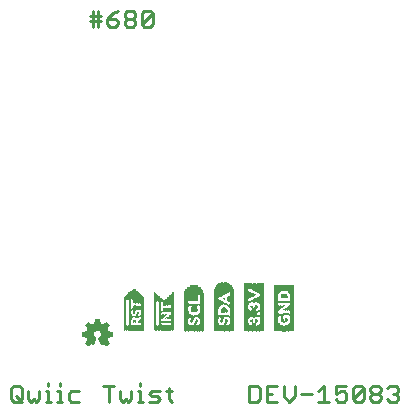
<source format=gto>
G75*
%MOIN*%
%OFA0B0*%
%FSLAX25Y25*%
%IPPOS*%
%LPD*%
%AMOC8*
5,1,8,0,0,1.08239X$1,22.5*
%
%ADD10C,0.00900*%
%ADD11C,0.00299*%
%ADD12R,0.00157X0.15276*%
%ADD13R,0.00157X0.03307*%
%ADD14R,0.00157X0.11024*%
%ADD15R,0.00157X0.02992*%
%ADD16R,0.00157X0.01260*%
%ADD17R,0.00157X0.01890*%
%ADD18R,0.00157X0.00630*%
%ADD19R,0.00157X0.02677*%
%ADD20R,0.00157X0.00787*%
%ADD21R,0.00157X0.01575*%
%ADD22R,0.00157X0.00472*%
%ADD23R,0.00157X0.02520*%
%ADD24R,0.00157X0.01417*%
%ADD25R,0.00157X0.02205*%
%ADD26R,0.00157X0.02362*%
%ADD27R,0.00157X0.02047*%
%ADD28R,0.00157X0.01102*%
%ADD29R,0.00157X0.00945*%
%ADD30R,0.00157X0.02835*%
%ADD31R,0.00157X0.01732*%
%ADD32R,0.00157X0.00157*%
%ADD33R,0.00157X0.00315*%
%ADD34R,0.00157X0.03150*%
%ADD35R,0.00157X0.15906*%
%ADD36R,0.00157X0.03937*%
%ADD37R,0.00157X0.07402*%
%ADD38R,0.00157X0.03622*%
%ADD39R,0.00157X0.03465*%
%ADD40R,0.00157X0.13858*%
%ADD41R,0.00157X0.14331*%
%ADD42R,0.00157X0.14646*%
%ADD43R,0.00157X0.14961*%
%ADD44R,0.00157X0.15118*%
%ADD45R,0.00157X0.15433*%
%ADD46R,0.00157X0.11969*%
%ADD47R,0.00157X0.04567*%
%ADD48R,0.00157X0.04409*%
%ADD49R,0.00157X0.04252*%
%ADD50R,0.00157X0.04094*%
%ADD51R,0.00157X0.03780*%
%ADD52R,0.00157X0.12913*%
%ADD53R,0.00157X0.13386*%
%ADD54R,0.00157X0.13701*%
%ADD55R,0.00157X0.14016*%
%ADD56R,0.00157X0.14173*%
%ADD57R,0.00157X0.14488*%
%ADD58R,0.00157X0.07087*%
%ADD59R,0.00157X0.04882*%
%ADD60R,0.00157X0.05039*%
%ADD61R,0.00157X0.05197*%
%ADD62R,0.00157X0.12756*%
%ADD63R,0.00157X0.12598*%
%ADD64R,0.00157X0.12441*%
%ADD65R,0.00157X0.12283*%
%ADD66R,0.00157X0.11181*%
%ADD67R,0.00157X0.10866*%
%ADD68R,0.00157X0.10709*%
%ADD69R,0.00157X0.12126*%
%ADD70R,0.00157X0.11496*%
%ADD71R,0.00157X0.11654*%
%ADD72R,0.00157X0.13071*%
%ADD73R,0.00157X0.13228*%
%ADD74R,0.00157X0.11811*%
D10*
X0021177Y0059825D02*
X0020285Y0060717D01*
X0020285Y0064287D01*
X0021177Y0065180D01*
X0022962Y0065180D01*
X0023854Y0064287D01*
X0023854Y0060717D01*
X0022962Y0059825D01*
X0021177Y0059825D01*
X0022069Y0061610D02*
X0023854Y0059825D01*
X0026039Y0060717D02*
X0026932Y0059825D01*
X0027824Y0060717D01*
X0028717Y0059825D01*
X0029609Y0060717D01*
X0029609Y0063395D01*
X0031794Y0063395D02*
X0032687Y0063395D01*
X0032687Y0059825D01*
X0033579Y0059825D02*
X0031794Y0059825D01*
X0035631Y0059825D02*
X0037416Y0059825D01*
X0036523Y0059825D02*
X0036523Y0063395D01*
X0035631Y0063395D01*
X0036523Y0065180D02*
X0036523Y0066072D01*
X0032687Y0066072D02*
X0032687Y0065180D01*
X0026039Y0063395D02*
X0026039Y0060717D01*
X0039468Y0060717D02*
X0040360Y0059825D01*
X0043037Y0059825D01*
X0043037Y0063395D02*
X0040360Y0063395D01*
X0039468Y0062502D01*
X0039468Y0060717D01*
X0050977Y0065180D02*
X0054547Y0065180D01*
X0052762Y0065180D02*
X0052762Y0059825D01*
X0056732Y0060717D02*
X0056732Y0063395D01*
X0056732Y0060717D02*
X0057625Y0059825D01*
X0058517Y0060717D01*
X0059410Y0059825D01*
X0060302Y0060717D01*
X0060302Y0063395D01*
X0062487Y0063395D02*
X0063380Y0063395D01*
X0063380Y0059825D01*
X0064272Y0059825D02*
X0062487Y0059825D01*
X0066324Y0059825D02*
X0069001Y0059825D01*
X0069894Y0060717D01*
X0069001Y0061610D01*
X0067216Y0061610D01*
X0066324Y0062502D01*
X0067216Y0063395D01*
X0069894Y0063395D01*
X0072079Y0063395D02*
X0073864Y0063395D01*
X0072971Y0064287D02*
X0072971Y0060717D01*
X0073864Y0059825D01*
X0063380Y0065180D02*
X0063380Y0066072D01*
X0099703Y0065180D02*
X0099703Y0059825D01*
X0102380Y0059825D01*
X0103273Y0060717D01*
X0103273Y0064287D01*
X0102380Y0065180D01*
X0099703Y0065180D01*
X0105458Y0065180D02*
X0105458Y0059825D01*
X0109027Y0059825D01*
X0111213Y0061610D02*
X0112998Y0059825D01*
X0114782Y0061610D01*
X0114782Y0065180D01*
X0116968Y0062502D02*
X0120537Y0062502D01*
X0122723Y0063395D02*
X0124507Y0065180D01*
X0124507Y0059825D01*
X0122723Y0059825D02*
X0126292Y0059825D01*
X0128477Y0060717D02*
X0129370Y0059825D01*
X0131155Y0059825D01*
X0132047Y0060717D01*
X0132047Y0062502D01*
X0131155Y0063395D01*
X0130262Y0063395D01*
X0128477Y0062502D01*
X0128477Y0065180D01*
X0132047Y0065180D01*
X0134232Y0064287D02*
X0135125Y0065180D01*
X0136910Y0065180D01*
X0137802Y0064287D01*
X0134232Y0060717D01*
X0135125Y0059825D01*
X0136910Y0059825D01*
X0137802Y0060717D01*
X0137802Y0064287D01*
X0139987Y0064287D02*
X0139987Y0063395D01*
X0140880Y0062502D01*
X0142665Y0062502D01*
X0143557Y0061610D01*
X0143557Y0060717D01*
X0142665Y0059825D01*
X0140880Y0059825D01*
X0139987Y0060717D01*
X0139987Y0061610D01*
X0140880Y0062502D01*
X0142665Y0062502D02*
X0143557Y0063395D01*
X0143557Y0064287D01*
X0142665Y0065180D01*
X0140880Y0065180D01*
X0139987Y0064287D01*
X0134232Y0064287D02*
X0134232Y0060717D01*
X0145742Y0060717D02*
X0146635Y0059825D01*
X0148419Y0059825D01*
X0149312Y0060717D01*
X0149312Y0061610D01*
X0148419Y0062502D01*
X0147527Y0062502D01*
X0148419Y0062502D02*
X0149312Y0063395D01*
X0149312Y0064287D01*
X0148419Y0065180D01*
X0146635Y0065180D01*
X0145742Y0064287D01*
X0111213Y0065180D02*
X0111213Y0061610D01*
X0107243Y0062502D02*
X0105458Y0062502D01*
X0105458Y0065180D02*
X0109027Y0065180D01*
X0066532Y0184825D02*
X0064747Y0184825D01*
X0063855Y0185717D01*
X0067425Y0189287D01*
X0067425Y0185717D01*
X0066532Y0184825D01*
X0063855Y0185717D02*
X0063855Y0189287D01*
X0064747Y0190180D01*
X0066532Y0190180D01*
X0067425Y0189287D01*
X0061670Y0189287D02*
X0061670Y0188395D01*
X0060777Y0187502D01*
X0058992Y0187502D01*
X0058100Y0188395D01*
X0058100Y0189287D01*
X0058992Y0190180D01*
X0060777Y0190180D01*
X0061670Y0189287D01*
X0060777Y0187502D02*
X0061670Y0186610D01*
X0061670Y0185717D01*
X0060777Y0184825D01*
X0058992Y0184825D01*
X0058100Y0185717D01*
X0058100Y0186610D01*
X0058992Y0187502D01*
X0055915Y0186610D02*
X0055022Y0187502D01*
X0052345Y0187502D01*
X0052345Y0185717D01*
X0053237Y0184825D01*
X0055022Y0184825D01*
X0055915Y0185717D01*
X0055915Y0186610D01*
X0054130Y0189287D02*
X0052345Y0187502D01*
X0050160Y0186610D02*
X0046590Y0186610D01*
X0046590Y0188395D02*
X0049267Y0188395D01*
X0050160Y0188395D01*
X0049267Y0190180D02*
X0049267Y0184825D01*
X0047483Y0184825D02*
X0047483Y0190180D01*
X0054130Y0189287D02*
X0055915Y0190180D01*
D11*
X0049517Y0087293D02*
X0048257Y0087293D01*
X0048020Y0085915D01*
X0047981Y0085915D01*
X0047902Y0085875D01*
X0047824Y0085875D01*
X0047784Y0085836D01*
X0047706Y0085836D01*
X0047627Y0085797D01*
X0047587Y0085797D01*
X0047509Y0085757D01*
X0047469Y0085718D01*
X0047391Y0085718D01*
X0047351Y0085679D01*
X0047272Y0085639D01*
X0047233Y0085600D01*
X0047154Y0085600D01*
X0047115Y0085561D01*
X0047036Y0085521D01*
X0045894Y0086309D01*
X0045028Y0085442D01*
X0045816Y0084301D01*
X0045776Y0084261D01*
X0045776Y0084183D01*
X0045737Y0084143D01*
X0045698Y0084064D01*
X0045658Y0084025D01*
X0045658Y0083946D01*
X0045619Y0083907D01*
X0045580Y0083828D01*
X0045580Y0083789D01*
X0045501Y0083631D01*
X0045501Y0083592D01*
X0045461Y0083513D01*
X0045461Y0083474D01*
X0045422Y0083395D01*
X0045422Y0083316D01*
X0044044Y0083080D01*
X0044044Y0081820D01*
X0045422Y0081584D01*
X0045422Y0081545D01*
X0045461Y0081466D01*
X0045461Y0081387D01*
X0045501Y0081348D01*
X0045501Y0081269D01*
X0045540Y0081230D01*
X0045580Y0081151D01*
X0045580Y0081072D01*
X0045619Y0081033D01*
X0045619Y0080954D01*
X0045658Y0080915D01*
X0045698Y0080836D01*
X0045737Y0080797D01*
X0045776Y0080718D01*
X0045776Y0080679D01*
X0045816Y0080600D01*
X0045028Y0079498D01*
X0045894Y0078592D01*
X0047036Y0079379D01*
X0047076Y0079379D01*
X0047115Y0079340D01*
X0047154Y0079340D01*
X0047194Y0079301D01*
X0047233Y0079301D01*
X0047272Y0079261D01*
X0047312Y0079261D01*
X0047351Y0079222D01*
X0047391Y0079222D01*
X0047430Y0079183D01*
X0047469Y0079183D01*
X0047509Y0079143D01*
X0047587Y0079143D01*
X0047627Y0079104D01*
X0048414Y0081230D01*
X0048296Y0081269D01*
X0048139Y0081348D01*
X0048060Y0081427D01*
X0047981Y0081466D01*
X0047902Y0081545D01*
X0047863Y0081623D01*
X0047784Y0081702D01*
X0047706Y0081860D01*
X0047666Y0081978D01*
X0047587Y0082135D01*
X0047587Y0082253D01*
X0047548Y0082372D01*
X0047548Y0082608D01*
X0047706Y0083080D01*
X0047863Y0083316D01*
X0047942Y0083395D01*
X0048060Y0083474D01*
X0048139Y0083553D01*
X0048257Y0083631D01*
X0048375Y0083671D01*
X0048493Y0083749D01*
X0048611Y0083749D01*
X0048769Y0083789D01*
X0049044Y0083789D01*
X0049162Y0083749D01*
X0049280Y0083749D01*
X0049398Y0083671D01*
X0049517Y0083631D01*
X0049753Y0083474D01*
X0049910Y0083316D01*
X0050068Y0083080D01*
X0050107Y0082962D01*
X0050186Y0082844D01*
X0050186Y0082726D01*
X0050225Y0082608D01*
X0050225Y0082253D01*
X0050186Y0082135D01*
X0050186Y0082057D01*
X0050146Y0081978D01*
X0050107Y0081860D01*
X0050068Y0081781D01*
X0049989Y0081702D01*
X0049950Y0081623D01*
X0049792Y0081466D01*
X0049713Y0081427D01*
X0049635Y0081348D01*
X0049398Y0081230D01*
X0050186Y0079104D01*
X0050186Y0079143D01*
X0050265Y0079143D01*
X0050304Y0079183D01*
X0050343Y0079183D01*
X0050383Y0079222D01*
X0050422Y0079222D01*
X0050461Y0079261D01*
X0050540Y0079261D01*
X0050580Y0079301D01*
X0050619Y0079301D01*
X0050698Y0079379D01*
X0050737Y0079379D01*
X0051879Y0078592D01*
X0052784Y0079498D01*
X0051957Y0080600D01*
X0051997Y0080679D01*
X0052036Y0080718D01*
X0052076Y0080797D01*
X0052076Y0080836D01*
X0052115Y0080915D01*
X0052154Y0080954D01*
X0052194Y0081033D01*
X0052194Y0081072D01*
X0052272Y0081230D01*
X0052272Y0081269D01*
X0052312Y0081348D01*
X0052312Y0081387D01*
X0052351Y0081466D01*
X0052351Y0081545D01*
X0052391Y0081584D01*
X0053769Y0081820D01*
X0053769Y0083080D01*
X0052351Y0083316D01*
X0052351Y0083474D01*
X0052312Y0083513D01*
X0052312Y0083592D01*
X0052272Y0083631D01*
X0052233Y0083710D01*
X0052233Y0083789D01*
X0052194Y0083828D01*
X0052194Y0083907D01*
X0052154Y0083946D01*
X0052115Y0084025D01*
X0052076Y0084064D01*
X0052076Y0084143D01*
X0052036Y0084183D01*
X0051997Y0084261D01*
X0051957Y0084301D01*
X0052784Y0085442D01*
X0051879Y0086309D01*
X0050737Y0085521D01*
X0050698Y0085561D01*
X0050619Y0085600D01*
X0050580Y0085600D01*
X0050501Y0085639D01*
X0050461Y0085679D01*
X0050383Y0085718D01*
X0050343Y0085718D01*
X0047469Y0085718D01*
X0048038Y0086016D02*
X0049735Y0086016D01*
X0049753Y0085915D02*
X0049517Y0087293D01*
X0049531Y0087207D02*
X0048242Y0087207D01*
X0048191Y0086909D02*
X0049582Y0086909D01*
X0049633Y0086611D02*
X0048140Y0086611D01*
X0048089Y0086314D02*
X0049684Y0086314D01*
X0049753Y0085915D02*
X0049831Y0085915D01*
X0049910Y0085875D01*
X0049950Y0085875D01*
X0050028Y0085836D01*
X0050068Y0085836D01*
X0050146Y0085797D01*
X0050225Y0085797D01*
X0050265Y0085757D01*
X0050343Y0085718D01*
X0051023Y0085718D02*
X0052496Y0085718D01*
X0052768Y0085420D02*
X0045044Y0085420D01*
X0045249Y0085123D02*
X0052553Y0085123D01*
X0052337Y0084825D02*
X0045454Y0084825D01*
X0045660Y0084527D02*
X0052121Y0084527D01*
X0052013Y0084229D02*
X0045776Y0084229D01*
X0045644Y0083932D02*
X0052169Y0083932D01*
X0052271Y0083634D02*
X0049509Y0083634D01*
X0049890Y0083336D02*
X0052351Y0083336D01*
X0053769Y0083039D02*
X0050082Y0083039D01*
X0050186Y0082741D02*
X0053769Y0082741D01*
X0053769Y0082443D02*
X0050225Y0082443D01*
X0050189Y0082145D02*
X0053769Y0082145D01*
X0053769Y0081848D02*
X0050101Y0081848D01*
X0049876Y0081550D02*
X0052356Y0081550D01*
X0052272Y0081252D02*
X0049443Y0081252D01*
X0049500Y0080954D02*
X0052154Y0080954D01*
X0051986Y0080657D02*
X0049611Y0080657D01*
X0049721Y0080359D02*
X0052138Y0080359D01*
X0052361Y0080061D02*
X0049831Y0080061D01*
X0049941Y0079764D02*
X0052585Y0079764D01*
X0052753Y0079466D02*
X0050052Y0079466D01*
X0050162Y0079168D02*
X0050290Y0079168D01*
X0051043Y0079168D02*
X0052455Y0079168D01*
X0052157Y0078870D02*
X0051475Y0078870D01*
X0047981Y0080061D02*
X0045431Y0080061D01*
X0045218Y0079764D02*
X0047871Y0079764D01*
X0047761Y0079466D02*
X0045059Y0079466D01*
X0045343Y0079168D02*
X0046730Y0079168D01*
X0046298Y0078870D02*
X0045628Y0078870D01*
X0045644Y0080359D02*
X0048092Y0080359D01*
X0048202Y0080657D02*
X0045787Y0080657D01*
X0045619Y0080954D02*
X0048312Y0080954D01*
X0048347Y0081252D02*
X0045518Y0081252D01*
X0045422Y0081550D02*
X0047900Y0081550D01*
X0047712Y0081848D02*
X0044044Y0081848D01*
X0044044Y0082145D02*
X0047587Y0082145D01*
X0047548Y0082443D02*
X0044044Y0082443D01*
X0044044Y0082741D02*
X0047592Y0082741D01*
X0047692Y0083039D02*
X0044044Y0083039D01*
X0045422Y0083336D02*
X0047883Y0083336D01*
X0048265Y0083634D02*
X0045502Y0083634D01*
X0045304Y0085718D02*
X0046751Y0085718D01*
X0046319Y0086016D02*
X0045602Y0086016D01*
X0051454Y0086016D02*
X0052185Y0086016D01*
X0047651Y0079168D02*
X0047484Y0079168D01*
D12*
X0089038Y0091028D03*
X0093762Y0091028D03*
X0108250Y0091028D03*
X0108408Y0091028D03*
X0108565Y0091028D03*
X0108723Y0091028D03*
X0108880Y0091028D03*
X0109038Y0091028D03*
X0109195Y0091028D03*
X0113605Y0091028D03*
X0113762Y0091028D03*
X0113920Y0091028D03*
X0114077Y0091028D03*
X0114235Y0091028D03*
X0114392Y0091028D03*
X0114550Y0091028D03*
D13*
X0101400Y0089453D03*
X0099510Y0089138D03*
X0091872Y0085043D03*
X0081872Y0085043D03*
X0079353Y0088665D03*
X0073447Y0093677D03*
X0063290Y0094307D03*
X0060928Y0095567D03*
X0092660Y0097799D03*
X0102975Y0097642D03*
X0103132Y0097642D03*
X0113447Y0097012D03*
X0109353Y0085043D03*
D14*
X0109353Y0093154D03*
X0069983Y0089189D03*
X0064550Y0089031D03*
X0058250Y0089031D03*
D15*
X0063605Y0094150D03*
X0060613Y0095409D03*
X0060455Y0095409D03*
X0073132Y0093520D03*
X0082817Y0096854D03*
X0082975Y0096854D03*
X0092975Y0097799D03*
X0093447Y0097484D03*
X0102345Y0097799D03*
X0102502Y0097799D03*
X0109510Y0097169D03*
X0103447Y0093705D03*
X0101085Y0089610D03*
X0110770Y0087720D03*
X0110928Y0087720D03*
X0109510Y0084886D03*
X0101715Y0084886D03*
X0101557Y0084886D03*
X0101400Y0084886D03*
X0101243Y0084886D03*
X0101085Y0084886D03*
X0100928Y0084886D03*
X0099353Y0084886D03*
D16*
X0102030Y0086697D03*
X0102187Y0086697D03*
X0103447Y0088114D03*
X0103447Y0090161D03*
X0102030Y0091421D03*
X0102187Y0091579D03*
X0101243Y0093311D03*
X0101557Y0093469D03*
X0101715Y0093626D03*
X0101872Y0093626D03*
X0102030Y0093783D03*
X0102187Y0093783D03*
X0100770Y0095516D03*
X0110770Y0095043D03*
X0112187Y0095043D03*
X0112817Y0090949D03*
X0112975Y0090949D03*
X0113447Y0088744D03*
X0112345Y0087169D03*
X0109510Y0088744D03*
X0110140Y0091264D03*
X0092345Y0090161D03*
X0090613Y0090161D03*
X0091085Y0087957D03*
X0092187Y0086539D03*
X0082187Y0086539D03*
X0079825Y0088587D03*
X0083447Y0091894D03*
X0090613Y0092681D03*
X0090770Y0092681D03*
X0073605Y0088087D03*
X0073447Y0088087D03*
X0070770Y0088244D03*
X0063762Y0086669D03*
X0062345Y0088402D03*
X0062345Y0091236D03*
X0062502Y0091236D03*
X0062660Y0091236D03*
X0062817Y0091236D03*
X0062975Y0091236D03*
X0063132Y0091236D03*
X0063290Y0091236D03*
X0062187Y0091236D03*
D17*
X0069510Y0094228D03*
X0072030Y0092969D03*
X0059353Y0094858D03*
X0080928Y0087642D03*
X0083290Y0088587D03*
X0090928Y0087642D03*
X0090928Y0084335D03*
X0090770Y0084335D03*
X0090613Y0084335D03*
X0090455Y0084335D03*
X0090298Y0084335D03*
X0090140Y0084335D03*
X0092345Y0084335D03*
X0092502Y0084335D03*
X0092660Y0084335D03*
X0092817Y0084335D03*
X0100298Y0084335D03*
X0102030Y0084335D03*
X0102502Y0084335D03*
X0102660Y0084335D03*
X0102817Y0084335D03*
X0110455Y0084335D03*
X0110613Y0084335D03*
X0110770Y0084335D03*
X0112030Y0084335D03*
X0112187Y0084335D03*
X0112345Y0084335D03*
X0102030Y0089217D03*
X0100455Y0089217D03*
X0109510Y0091106D03*
X0113447Y0091106D03*
X0100140Y0095516D03*
X0100140Y0098350D03*
X0100298Y0098350D03*
X0099510Y0098350D03*
X0092975Y0094256D03*
X0110455Y0097720D03*
X0110613Y0097720D03*
X0112187Y0097720D03*
X0112345Y0097720D03*
X0082975Y0084335D03*
X0082817Y0084335D03*
X0082502Y0084335D03*
X0082345Y0084335D03*
X0081085Y0084335D03*
X0080928Y0084335D03*
X0080770Y0084335D03*
X0080613Y0084335D03*
X0080455Y0084335D03*
X0080298Y0084335D03*
X0080140Y0084335D03*
X0073762Y0084622D03*
X0070455Y0084622D03*
X0063762Y0084465D03*
X0063605Y0084465D03*
X0063447Y0084465D03*
X0063290Y0084465D03*
X0063132Y0084465D03*
X0062975Y0084465D03*
X0062817Y0084465D03*
X0062660Y0084465D03*
X0062502Y0084465D03*
X0062345Y0084465D03*
X0062187Y0084465D03*
X0062030Y0084465D03*
X0061872Y0084465D03*
X0061715Y0084465D03*
X0061557Y0084465D03*
X0061400Y0084465D03*
X0061243Y0084465D03*
X0061085Y0084465D03*
X0060928Y0084465D03*
X0060770Y0084465D03*
X0060613Y0084465D03*
X0060455Y0084465D03*
D18*
X0060928Y0088087D03*
X0062030Y0088244D03*
X0062817Y0088087D03*
X0060455Y0090449D03*
X0070455Y0086512D03*
X0071557Y0088559D03*
X0071715Y0088559D03*
X0072660Y0087772D03*
X0080298Y0086697D03*
X0082345Y0088429D03*
X0082502Y0088429D03*
X0082345Y0092051D03*
X0080455Y0092051D03*
X0079668Y0092051D03*
X0070770Y0093598D03*
X0089825Y0088272D03*
X0089983Y0088272D03*
X0090140Y0088272D03*
X0091400Y0088272D03*
X0092975Y0088272D03*
X0092502Y0090004D03*
X0092817Y0091894D03*
X0092975Y0091894D03*
X0092660Y0092051D03*
X0092030Y0092366D03*
X0091715Y0092524D03*
X0091557Y0092524D03*
X0091715Y0094256D03*
X0099825Y0092996D03*
X0100455Y0093311D03*
X0100613Y0093311D03*
X0103132Y0090004D03*
X0102502Y0089689D03*
X0102502Y0088587D03*
X0103132Y0088272D03*
X0109825Y0088902D03*
X0109983Y0088902D03*
X0110140Y0088902D03*
X0110298Y0088902D03*
X0111085Y0088902D03*
X0112030Y0090634D03*
X0110928Y0091579D03*
X0109510Y0093154D03*
X0112502Y0094728D03*
X0113290Y0093154D03*
X0113132Y0088902D03*
X0090298Y0086697D03*
D19*
X0093447Y0084728D03*
X0099668Y0089138D03*
X0089668Y0092445D03*
X0082187Y0091028D03*
X0080770Y0091028D03*
X0072817Y0093362D03*
X0061557Y0090528D03*
X0081715Y0084728D03*
X0109668Y0084728D03*
X0109668Y0097327D03*
X0101872Y0097957D03*
X0101715Y0097957D03*
D20*
X0101400Y0095437D03*
X0101243Y0095437D03*
X0100928Y0093390D03*
X0100770Y0093390D03*
X0099668Y0092917D03*
X0103290Y0090083D03*
X0109668Y0088823D03*
X0110455Y0088823D03*
X0112187Y0090713D03*
X0112345Y0090713D03*
X0110770Y0091500D03*
X0113447Y0093075D03*
X0112502Y0087248D03*
X0102502Y0086776D03*
X0100455Y0086776D03*
X0093132Y0088193D03*
X0091243Y0088193D03*
X0090298Y0088193D03*
X0089668Y0088193D03*
X0091243Y0092602D03*
X0091400Y0092602D03*
X0082502Y0090555D03*
X0082660Y0088508D03*
X0082817Y0088508D03*
X0081243Y0088035D03*
X0080613Y0091972D03*
X0072975Y0087850D03*
X0072817Y0087850D03*
X0071400Y0088480D03*
X0062975Y0089425D03*
X0062187Y0088323D03*
X0061243Y0089425D03*
X0060770Y0088008D03*
X0061243Y0086591D03*
X0062030Y0086591D03*
X0062975Y0086591D03*
X0063132Y0086591D03*
X0070613Y0093677D03*
D21*
X0071243Y0090449D03*
X0071400Y0090449D03*
X0071557Y0090449D03*
X0071715Y0090449D03*
X0071872Y0090449D03*
X0072030Y0090449D03*
X0072187Y0090449D03*
X0072345Y0090449D03*
X0072502Y0090449D03*
X0072660Y0090449D03*
X0072817Y0090449D03*
X0072975Y0090449D03*
X0073132Y0090449D03*
X0073290Y0090449D03*
X0073447Y0090449D03*
X0073605Y0090449D03*
X0073762Y0088087D03*
X0070455Y0088087D03*
X0063605Y0091079D03*
X0061243Y0091079D03*
X0058880Y0094543D03*
X0059038Y0094701D03*
X0080613Y0090634D03*
X0083132Y0088587D03*
X0090928Y0090319D03*
X0091085Y0090319D03*
X0091715Y0090319D03*
X0091872Y0090319D03*
X0092030Y0090319D03*
X0090455Y0092681D03*
X0090298Y0092681D03*
X0092660Y0094256D03*
X0100455Y0095516D03*
X0109668Y0091106D03*
X0111085Y0095201D03*
X0111243Y0095201D03*
X0111400Y0095201D03*
X0111557Y0095201D03*
X0111715Y0095201D03*
X0111872Y0087012D03*
X0112030Y0087012D03*
X0069510Y0084465D03*
X0069353Y0084465D03*
X0069195Y0084465D03*
X0069038Y0084465D03*
X0059510Y0084307D03*
X0059353Y0084307D03*
X0059195Y0084307D03*
X0059038Y0084307D03*
D22*
X0061872Y0088165D03*
X0063605Y0088323D03*
X0070455Y0089740D03*
X0071872Y0088638D03*
X0072502Y0087693D03*
X0072502Y0086433D03*
X0072345Y0086433D03*
X0072187Y0086433D03*
X0072030Y0086433D03*
X0071872Y0086433D03*
X0071715Y0086433D03*
X0071557Y0086433D03*
X0071400Y0086433D03*
X0071243Y0086433D03*
X0071085Y0086433D03*
X0070928Y0086433D03*
X0070770Y0086433D03*
X0070613Y0086433D03*
X0072660Y0086433D03*
X0072817Y0086433D03*
X0072975Y0086433D03*
X0073132Y0086433D03*
X0073290Y0086433D03*
X0073447Y0086433D03*
X0073605Y0086433D03*
X0073762Y0086433D03*
X0081400Y0088193D03*
X0081557Y0088193D03*
X0081872Y0088350D03*
X0082030Y0088350D03*
X0082187Y0088350D03*
X0082502Y0092130D03*
X0082660Y0092130D03*
X0083132Y0092130D03*
X0080298Y0092130D03*
X0079825Y0092130D03*
X0070928Y0093520D03*
X0091557Y0094177D03*
X0091872Y0092445D03*
X0092187Y0092287D03*
X0092345Y0092287D03*
X0092502Y0092130D03*
X0092502Y0088350D03*
X0092345Y0088350D03*
X0092660Y0088350D03*
X0092817Y0088350D03*
X0092030Y0088350D03*
X0091872Y0088350D03*
X0091715Y0088350D03*
X0091557Y0088350D03*
X0100298Y0086776D03*
X0102660Y0088508D03*
X0102817Y0088350D03*
X0102975Y0088350D03*
X0102975Y0089925D03*
X0102817Y0089925D03*
X0100298Y0093232D03*
X0100140Y0093232D03*
X0099983Y0093075D03*
X0101557Y0095437D03*
X0101715Y0095437D03*
X0109668Y0093075D03*
X0109825Y0093075D03*
X0109983Y0093075D03*
X0110140Y0093075D03*
X0110298Y0093075D03*
X0110455Y0093075D03*
X0110613Y0093075D03*
X0110770Y0093075D03*
X0110928Y0093075D03*
X0111085Y0093075D03*
X0111243Y0093075D03*
X0111400Y0093075D03*
X0111557Y0093075D03*
X0111715Y0093075D03*
X0111872Y0093075D03*
X0112030Y0093075D03*
X0112187Y0093075D03*
X0112345Y0093075D03*
X0112502Y0093075D03*
X0112660Y0093075D03*
X0112817Y0093075D03*
X0112975Y0093075D03*
X0113132Y0093075D03*
X0111243Y0091657D03*
X0111085Y0091657D03*
X0111872Y0090555D03*
X0111872Y0088980D03*
X0111715Y0088980D03*
X0111557Y0088980D03*
X0111400Y0088980D03*
X0111243Y0088980D03*
X0112030Y0088980D03*
X0112187Y0088980D03*
X0112345Y0088980D03*
X0112502Y0088980D03*
X0112660Y0088980D03*
X0112817Y0088980D03*
X0112975Y0088980D03*
D23*
X0113132Y0084650D03*
X0109825Y0084650D03*
X0103447Y0084650D03*
X0099510Y0084650D03*
X0089510Y0084650D03*
X0083447Y0084650D03*
X0083447Y0088587D03*
X0072660Y0093283D03*
X0101400Y0098035D03*
X0101557Y0098035D03*
X0109825Y0097406D03*
X0113132Y0097406D03*
X0103290Y0093783D03*
D24*
X0102502Y0093862D03*
X0102345Y0093862D03*
X0101400Y0093390D03*
X0100613Y0095437D03*
X0110928Y0095122D03*
X0111872Y0095122D03*
X0112030Y0095122D03*
X0113132Y0091028D03*
X0109983Y0091185D03*
X0109825Y0091185D03*
X0112187Y0087091D03*
X0093447Y0088035D03*
X0092187Y0090240D03*
X0090770Y0090240D03*
X0082345Y0090555D03*
X0071085Y0090370D03*
X0070613Y0088165D03*
X0063447Y0091157D03*
X0062030Y0091157D03*
X0061085Y0091157D03*
D25*
X0069195Y0094386D03*
X0072345Y0093126D03*
X0080770Y0087484D03*
X0081400Y0084492D03*
X0079668Y0084492D03*
X0089668Y0084492D03*
X0091400Y0084492D03*
X0090770Y0087484D03*
X0099825Y0084492D03*
X0103132Y0084492D03*
X0109983Y0084492D03*
X0110140Y0084492D03*
X0112817Y0084492D03*
X0100770Y0089374D03*
X0099983Y0089217D03*
X0103132Y0093783D03*
X0100928Y0098193D03*
X0100770Y0098193D03*
X0110140Y0097563D03*
X0112817Y0097563D03*
X0093290Y0094256D03*
X0089825Y0092524D03*
D26*
X0093447Y0094177D03*
X0099510Y0095437D03*
X0099668Y0095437D03*
X0101085Y0098114D03*
X0101243Y0098114D03*
X0109983Y0097484D03*
X0112975Y0097484D03*
X0099825Y0089138D03*
X0090613Y0087406D03*
X0091557Y0084571D03*
X0093290Y0084571D03*
X0099668Y0084571D03*
X0100770Y0084571D03*
X0103290Y0084571D03*
X0112975Y0084571D03*
X0083290Y0084571D03*
X0081557Y0084571D03*
X0079510Y0084571D03*
X0080613Y0087406D03*
X0079510Y0088665D03*
X0072502Y0093205D03*
X0069038Y0094465D03*
X0061715Y0090685D03*
X0059668Y0094937D03*
D27*
X0059510Y0094937D03*
X0063762Y0091000D03*
X0062660Y0088795D03*
X0062502Y0088638D03*
X0069353Y0094307D03*
X0069668Y0093992D03*
X0072187Y0093047D03*
X0089983Y0092602D03*
X0093132Y0094177D03*
X0099825Y0095437D03*
X0099983Y0095437D03*
X0100455Y0098272D03*
X0100613Y0098272D03*
X0110298Y0097642D03*
X0112502Y0097642D03*
X0112660Y0097642D03*
X0102975Y0093862D03*
X0100613Y0089295D03*
X0100298Y0089138D03*
X0100140Y0089138D03*
X0100140Y0084413D03*
X0099983Y0084413D03*
X0100455Y0084413D03*
X0100613Y0084413D03*
X0102975Y0084413D03*
X0110298Y0084413D03*
X0112502Y0084413D03*
X0112660Y0084413D03*
X0093132Y0084413D03*
X0092975Y0084413D03*
X0092187Y0084413D03*
X0091243Y0084413D03*
X0091085Y0084413D03*
X0089983Y0084413D03*
X0089825Y0084413D03*
X0083132Y0084413D03*
X0082187Y0084413D03*
X0081243Y0084413D03*
X0079983Y0084413D03*
X0079825Y0084413D03*
D28*
X0082345Y0086618D03*
X0081085Y0087878D03*
X0080455Y0088193D03*
X0080140Y0088350D03*
X0079983Y0088508D03*
X0080455Y0090555D03*
X0079510Y0091972D03*
X0082975Y0088508D03*
X0073290Y0088008D03*
X0071085Y0088323D03*
X0070928Y0088323D03*
X0063762Y0088323D03*
X0063605Y0086748D03*
X0060613Y0088008D03*
X0070455Y0093677D03*
X0089510Y0088035D03*
X0092345Y0086618D03*
X0093290Y0091657D03*
X0099510Y0092917D03*
X0101085Y0093390D03*
X0101085Y0095437D03*
X0100928Y0095437D03*
X0110613Y0094965D03*
X0112345Y0094965D03*
X0112660Y0090870D03*
X0110298Y0091343D03*
X0102345Y0091500D03*
X0102345Y0086776D03*
X0100770Y0086618D03*
X0110455Y0087248D03*
X0111085Y0086618D03*
D29*
X0111243Y0086539D03*
X0111400Y0086539D03*
X0111557Y0086539D03*
X0111715Y0086539D03*
X0113290Y0088902D03*
X0112502Y0090791D03*
X0110613Y0091421D03*
X0110455Y0091421D03*
X0103290Y0088272D03*
X0100613Y0086697D03*
X0100770Y0091421D03*
X0100613Y0091579D03*
X0100455Y0091579D03*
X0102502Y0091579D03*
X0110455Y0094886D03*
X0093132Y0091736D03*
X0091085Y0092681D03*
X0090928Y0092681D03*
X0090455Y0090004D03*
X0090455Y0088114D03*
X0090455Y0086697D03*
X0092502Y0086697D03*
X0093290Y0088114D03*
X0083290Y0092051D03*
X0080298Y0088272D03*
X0080455Y0086697D03*
X0082502Y0086697D03*
X0073132Y0087929D03*
X0071243Y0088402D03*
X0063447Y0086669D03*
X0063290Y0086669D03*
X0061872Y0086669D03*
X0061715Y0086669D03*
X0061557Y0086669D03*
X0061400Y0086669D03*
X0062817Y0089346D03*
D30*
X0061400Y0090449D03*
X0063762Y0094071D03*
X0068880Y0094386D03*
X0072975Y0093441D03*
X0080928Y0090949D03*
X0081085Y0090949D03*
X0081243Y0090949D03*
X0081400Y0090949D03*
X0081557Y0090949D03*
X0081715Y0090949D03*
X0081872Y0090949D03*
X0082030Y0090949D03*
X0083447Y0096618D03*
X0083290Y0096776D03*
X0083132Y0096776D03*
X0093132Y0097720D03*
X0093290Y0097720D03*
X0102030Y0097878D03*
X0102187Y0097878D03*
X0113290Y0097248D03*
X0110613Y0087799D03*
X0113290Y0084807D03*
X0091715Y0084807D03*
X0089353Y0084807D03*
X0079353Y0084807D03*
D31*
X0082660Y0084256D03*
X0073605Y0084543D03*
X0073447Y0084543D03*
X0073290Y0084543D03*
X0073132Y0084543D03*
X0072975Y0084543D03*
X0072817Y0084543D03*
X0072660Y0084543D03*
X0072502Y0084543D03*
X0072345Y0084543D03*
X0072187Y0084543D03*
X0072030Y0084543D03*
X0071872Y0084543D03*
X0071715Y0084543D03*
X0071557Y0084543D03*
X0071400Y0084543D03*
X0071243Y0084543D03*
X0071085Y0084543D03*
X0070928Y0084543D03*
X0070770Y0084543D03*
X0070613Y0084543D03*
X0069668Y0084543D03*
X0068880Y0084543D03*
X0060455Y0088008D03*
X0061872Y0091000D03*
X0071085Y0092890D03*
X0071243Y0092890D03*
X0071400Y0092890D03*
X0071557Y0092890D03*
X0071715Y0092890D03*
X0071872Y0092890D03*
X0073762Y0090370D03*
X0079668Y0088665D03*
X0090140Y0092602D03*
X0091243Y0090398D03*
X0091400Y0090398D03*
X0091557Y0090398D03*
X0093447Y0091500D03*
X0092817Y0094177D03*
X0100298Y0095437D03*
X0102660Y0093862D03*
X0102817Y0093862D03*
X0102345Y0089138D03*
X0102187Y0089138D03*
X0102187Y0084256D03*
X0102345Y0084256D03*
X0110928Y0084256D03*
X0111085Y0084256D03*
X0111243Y0084256D03*
X0111400Y0084256D03*
X0111557Y0084256D03*
X0111715Y0084256D03*
X0111872Y0084256D03*
X0113290Y0091028D03*
X0112030Y0097799D03*
X0111872Y0097799D03*
X0111715Y0097799D03*
X0111557Y0097799D03*
X0111400Y0097799D03*
X0111243Y0097799D03*
X0111085Y0097799D03*
X0110928Y0097799D03*
X0110770Y0097799D03*
X0099983Y0098429D03*
X0099825Y0098429D03*
X0099668Y0098429D03*
X0059195Y0094780D03*
X0058880Y0084386D03*
X0059668Y0084386D03*
D32*
X0072030Y0087535D03*
X0072187Y0088795D03*
X0060770Y0090528D03*
X0101872Y0095437D03*
X0102030Y0095437D03*
X0111557Y0091815D03*
X0111400Y0090398D03*
D33*
X0111557Y0090476D03*
X0111715Y0090476D03*
X0111400Y0091736D03*
X0102660Y0089846D03*
X0100298Y0091579D03*
X0092187Y0088429D03*
X0091400Y0094256D03*
X0091243Y0094256D03*
X0082975Y0092209D03*
X0082817Y0092209D03*
X0080140Y0092209D03*
X0079983Y0092209D03*
X0081715Y0088272D03*
X0072345Y0087614D03*
X0072187Y0087614D03*
X0072030Y0088717D03*
X0070928Y0089819D03*
X0070770Y0089819D03*
X0070613Y0089819D03*
X0063447Y0088244D03*
X0063290Y0088087D03*
X0063132Y0088087D03*
X0062975Y0088087D03*
X0061715Y0088087D03*
X0061557Y0088087D03*
X0061400Y0088087D03*
X0061243Y0088087D03*
X0061085Y0088087D03*
X0060613Y0090449D03*
X0060928Y0090606D03*
D34*
X0063447Y0094228D03*
X0060770Y0095488D03*
X0073290Y0093598D03*
X0089510Y0092366D03*
X0092817Y0097720D03*
X0102660Y0097720D03*
X0102817Y0097720D03*
X0101715Y0089689D03*
X0101557Y0089531D03*
X0101243Y0089531D03*
X0100928Y0089689D03*
X0113447Y0084965D03*
D35*
X0104550Y0091343D03*
X0104392Y0091343D03*
X0104235Y0091343D03*
X0104077Y0091343D03*
X0103920Y0091343D03*
X0103762Y0091343D03*
X0103605Y0091343D03*
X0099195Y0091343D03*
X0099038Y0091343D03*
X0098880Y0091343D03*
X0098723Y0091343D03*
X0098565Y0091343D03*
X0098408Y0091343D03*
X0098250Y0091343D03*
D36*
X0099353Y0089138D03*
X0091872Y0097642D03*
X0091715Y0097642D03*
X0062660Y0094622D03*
D37*
X0099353Y0095594D03*
D38*
X0103447Y0097484D03*
X0101872Y0090083D03*
X0101872Y0085201D03*
X0082030Y0085201D03*
X0062975Y0094465D03*
D39*
X0063132Y0094386D03*
X0073605Y0093756D03*
X0092345Y0097720D03*
X0092502Y0097720D03*
X0103290Y0097563D03*
D40*
X0094550Y0090319D03*
X0088250Y0090319D03*
D41*
X0088408Y0090555D03*
X0083762Y0090555D03*
X0079038Y0090555D03*
X0094392Y0090555D03*
D42*
X0094235Y0090713D03*
X0088565Y0090713D03*
D43*
X0088723Y0090870D03*
X0094077Y0090870D03*
D44*
X0093920Y0090949D03*
X0088880Y0090949D03*
D45*
X0089195Y0091106D03*
X0093605Y0091106D03*
D46*
X0089353Y0092996D03*
D47*
X0089510Y0096854D03*
X0089825Y0097012D03*
X0090140Y0097169D03*
X0090613Y0097327D03*
X0061872Y0094937D03*
X0061715Y0094937D03*
X0061557Y0094937D03*
X0061400Y0094937D03*
X0061243Y0094937D03*
D48*
X0061085Y0095016D03*
X0062030Y0094858D03*
X0089668Y0096933D03*
X0089983Y0097091D03*
X0090298Y0097248D03*
X0090455Y0097248D03*
X0090770Y0097406D03*
X0090928Y0097406D03*
D49*
X0091085Y0097484D03*
X0091243Y0097484D03*
X0062345Y0094780D03*
X0062187Y0094780D03*
D50*
X0062502Y0094701D03*
X0091400Y0097563D03*
X0091557Y0097563D03*
D51*
X0092030Y0097720D03*
X0092187Y0097720D03*
X0073762Y0093756D03*
X0062817Y0094543D03*
X0092030Y0085280D03*
D52*
X0084550Y0089846D03*
X0078250Y0089846D03*
X0059983Y0089976D03*
D53*
X0078408Y0090083D03*
X0084392Y0090083D03*
D54*
X0084235Y0090240D03*
X0078565Y0090240D03*
D55*
X0078723Y0090398D03*
X0084077Y0090398D03*
D56*
X0083920Y0090476D03*
X0078880Y0090476D03*
D57*
X0079195Y0090634D03*
X0083605Y0090634D03*
D58*
X0079353Y0094492D03*
D59*
X0079510Y0095752D03*
X0079668Y0095752D03*
X0079825Y0095909D03*
X0079983Y0095909D03*
D60*
X0080140Y0095988D03*
X0080298Y0095988D03*
X0080455Y0095988D03*
X0082345Y0095988D03*
X0082502Y0095988D03*
X0082660Y0095988D03*
D61*
X0082187Y0096067D03*
X0082030Y0096067D03*
X0081872Y0096067D03*
X0081715Y0096067D03*
X0081557Y0096067D03*
X0081400Y0096067D03*
X0081243Y0096067D03*
X0081085Y0096067D03*
X0080928Y0096067D03*
X0080770Y0096067D03*
X0080613Y0096067D03*
D62*
X0074550Y0090055D03*
X0068250Y0090055D03*
X0059825Y0089898D03*
D63*
X0068408Y0089976D03*
X0074392Y0089976D03*
D64*
X0074235Y0089898D03*
X0068565Y0089898D03*
D65*
X0068723Y0089819D03*
X0074077Y0089819D03*
D66*
X0069825Y0089268D03*
X0064392Y0089110D03*
X0058408Y0089110D03*
D67*
X0070140Y0089110D03*
D68*
X0070298Y0089031D03*
D69*
X0073920Y0089740D03*
D70*
X0064235Y0089268D03*
X0058565Y0089268D03*
D71*
X0058723Y0089346D03*
X0064077Y0089346D03*
D72*
X0060140Y0090055D03*
D73*
X0060298Y0090134D03*
D74*
X0063920Y0089425D03*
M02*

</source>
